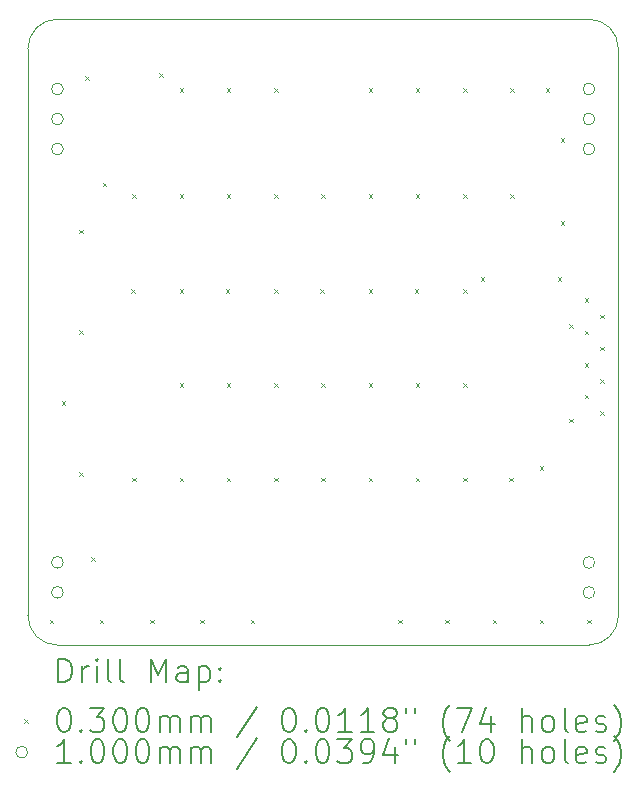
<source format=gbr>
%TF.GenerationSoftware,KiCad,Pcbnew,8.0.5*%
%TF.CreationDate,2024-11-25T19:06:04-05:00*%
%TF.ProjectId,Neo7SegmentMini,4e656f37-5365-4676-9d65-6e744d696e69,rev?*%
%TF.SameCoordinates,Original*%
%TF.FileFunction,Drillmap*%
%TF.FilePolarity,Positive*%
%FSLAX45Y45*%
G04 Gerber Fmt 4.5, Leading zero omitted, Abs format (unit mm)*
G04 Created by KiCad (PCBNEW 8.0.5) date 2024-11-25 19:06:04*
%MOMM*%
%LPD*%
G01*
G04 APERTURE LIST*
%ADD10C,0.050000*%
%ADD11C,0.200000*%
%ADD12C,0.100000*%
G04 APERTURE END LIST*
D10*
X14800000Y-5050000D02*
G75*
G02*
X15050000Y-4800000I250000J0D01*
G01*
X19550000Y-10100000D02*
X15050000Y-10100000D01*
X15050000Y-10100000D02*
G75*
G02*
X14800000Y-9850000I0J250000D01*
G01*
X19800000Y-9850000D02*
G75*
G02*
X19550000Y-10100000I-250000J0D01*
G01*
X19800000Y-5050000D02*
X19800000Y-9850000D01*
X14800000Y-9850000D02*
X14800000Y-5050000D01*
X15050000Y-4800000D02*
X19550000Y-4800000D01*
X19550000Y-4800000D02*
G75*
G02*
X19800000Y-5050000I0J-250000D01*
G01*
D11*
D12*
X14985000Y-9885000D02*
X15015000Y-9915000D01*
X15015000Y-9885000D02*
X14985000Y-9915000D01*
X15085000Y-8035000D02*
X15115000Y-8065000D01*
X15115000Y-8035000D02*
X15085000Y-8065000D01*
X15235000Y-6585000D02*
X15265000Y-6615000D01*
X15265000Y-6585000D02*
X15235000Y-6615000D01*
X15235000Y-7435000D02*
X15265000Y-7465000D01*
X15265000Y-7435000D02*
X15235000Y-7465000D01*
X15235000Y-8635000D02*
X15265000Y-8665000D01*
X15265000Y-8635000D02*
X15235000Y-8665000D01*
X15285000Y-5285000D02*
X15315000Y-5315000D01*
X15315000Y-5285000D02*
X15285000Y-5315000D01*
X15335000Y-9355000D02*
X15365000Y-9385000D01*
X15365000Y-9355000D02*
X15335000Y-9385000D01*
X15410000Y-9885000D02*
X15440000Y-9915000D01*
X15440000Y-9885000D02*
X15410000Y-9915000D01*
X15435000Y-6185000D02*
X15465000Y-6215000D01*
X15465000Y-6185000D02*
X15435000Y-6215000D01*
X15675000Y-7085000D02*
X15705000Y-7115000D01*
X15705000Y-7085000D02*
X15675000Y-7115000D01*
X15685000Y-6285000D02*
X15715000Y-6315000D01*
X15715000Y-6285000D02*
X15685000Y-6315000D01*
X15685000Y-8685000D02*
X15715000Y-8715000D01*
X15715000Y-8685000D02*
X15685000Y-8715000D01*
X15835000Y-9885000D02*
X15865000Y-9915000D01*
X15865000Y-9885000D02*
X15835000Y-9915000D01*
X15910000Y-5260000D02*
X15940000Y-5290000D01*
X15940000Y-5260000D02*
X15910000Y-5290000D01*
X16085000Y-5385000D02*
X16115000Y-5415000D01*
X16115000Y-5385000D02*
X16085000Y-5415000D01*
X16085000Y-6285000D02*
X16115000Y-6315000D01*
X16115000Y-6285000D02*
X16085000Y-6315000D01*
X16085000Y-7085000D02*
X16115000Y-7115000D01*
X16115000Y-7085000D02*
X16085000Y-7115000D01*
X16085000Y-7885000D02*
X16115000Y-7915000D01*
X16115000Y-7885000D02*
X16085000Y-7915000D01*
X16085000Y-8685000D02*
X16115000Y-8715000D01*
X16115000Y-8685000D02*
X16085000Y-8715000D01*
X16260000Y-9885000D02*
X16290000Y-9915000D01*
X16290000Y-9885000D02*
X16260000Y-9915000D01*
X16475000Y-7085000D02*
X16505000Y-7115000D01*
X16505000Y-7085000D02*
X16475000Y-7115000D01*
X16485000Y-5385000D02*
X16515000Y-5415000D01*
X16515000Y-5385000D02*
X16485000Y-5415000D01*
X16485000Y-6285000D02*
X16515000Y-6315000D01*
X16515000Y-6285000D02*
X16485000Y-6315000D01*
X16485000Y-7885000D02*
X16515000Y-7915000D01*
X16515000Y-7885000D02*
X16485000Y-7915000D01*
X16485000Y-8685000D02*
X16515000Y-8715000D01*
X16515000Y-8685000D02*
X16485000Y-8715000D01*
X16685000Y-9885000D02*
X16715000Y-9915000D01*
X16715000Y-9885000D02*
X16685000Y-9915000D01*
X16885000Y-5385000D02*
X16915000Y-5415000D01*
X16915000Y-5385000D02*
X16885000Y-5415000D01*
X16885000Y-6285000D02*
X16915000Y-6315000D01*
X16915000Y-6285000D02*
X16885000Y-6315000D01*
X16885000Y-7085000D02*
X16915000Y-7115000D01*
X16915000Y-7085000D02*
X16885000Y-7115000D01*
X16885000Y-7885000D02*
X16915000Y-7915000D01*
X16915000Y-7885000D02*
X16885000Y-7915000D01*
X16885000Y-8685000D02*
X16915000Y-8715000D01*
X16915000Y-8685000D02*
X16885000Y-8715000D01*
X17275000Y-7085000D02*
X17305000Y-7115000D01*
X17305000Y-7085000D02*
X17275000Y-7115000D01*
X17285000Y-6285000D02*
X17315000Y-6315000D01*
X17315000Y-6285000D02*
X17285000Y-6315000D01*
X17285000Y-7885000D02*
X17315000Y-7915000D01*
X17315000Y-7885000D02*
X17285000Y-7915000D01*
X17285000Y-8685000D02*
X17315000Y-8715000D01*
X17315000Y-8685000D02*
X17285000Y-8715000D01*
X17685000Y-5385000D02*
X17715000Y-5415000D01*
X17715000Y-5385000D02*
X17685000Y-5415000D01*
X17685000Y-6285000D02*
X17715000Y-6315000D01*
X17715000Y-6285000D02*
X17685000Y-6315000D01*
X17685000Y-7085000D02*
X17715000Y-7115000D01*
X17715000Y-7085000D02*
X17685000Y-7115000D01*
X17685000Y-7885000D02*
X17715000Y-7915000D01*
X17715000Y-7885000D02*
X17685000Y-7915000D01*
X17685000Y-8685000D02*
X17715000Y-8715000D01*
X17715000Y-8685000D02*
X17685000Y-8715000D01*
X17935000Y-9885000D02*
X17965000Y-9915000D01*
X17965000Y-9885000D02*
X17935000Y-9915000D01*
X18075000Y-7085000D02*
X18105000Y-7115000D01*
X18105000Y-7085000D02*
X18075000Y-7115000D01*
X18085000Y-5385000D02*
X18115000Y-5415000D01*
X18115000Y-5385000D02*
X18085000Y-5415000D01*
X18085000Y-6285000D02*
X18115000Y-6315000D01*
X18115000Y-6285000D02*
X18085000Y-6315000D01*
X18085000Y-7885000D02*
X18115000Y-7915000D01*
X18115000Y-7885000D02*
X18085000Y-7915000D01*
X18085000Y-8685000D02*
X18115000Y-8715000D01*
X18115000Y-8685000D02*
X18085000Y-8715000D01*
X18335000Y-9885000D02*
X18365000Y-9915000D01*
X18365000Y-9885000D02*
X18335000Y-9915000D01*
X18485000Y-5385000D02*
X18515000Y-5415000D01*
X18515000Y-5385000D02*
X18485000Y-5415000D01*
X18485000Y-6285000D02*
X18515000Y-6315000D01*
X18515000Y-6285000D02*
X18485000Y-6315000D01*
X18485000Y-7085000D02*
X18515000Y-7115000D01*
X18515000Y-7085000D02*
X18485000Y-7115000D01*
X18485000Y-7885000D02*
X18515000Y-7915000D01*
X18515000Y-7885000D02*
X18485000Y-7915000D01*
X18485000Y-8685000D02*
X18515000Y-8715000D01*
X18515000Y-8685000D02*
X18485000Y-8715000D01*
X18635000Y-6985000D02*
X18665000Y-7015000D01*
X18665000Y-6985000D02*
X18635000Y-7015000D01*
X18735000Y-9885000D02*
X18765000Y-9915000D01*
X18765000Y-9885000D02*
X18735000Y-9915000D01*
X18875000Y-8685000D02*
X18905000Y-8715000D01*
X18905000Y-8685000D02*
X18875000Y-8715000D01*
X18885000Y-5385000D02*
X18915000Y-5415000D01*
X18915000Y-5385000D02*
X18885000Y-5415000D01*
X18885000Y-6285000D02*
X18915000Y-6315000D01*
X18915000Y-6285000D02*
X18885000Y-6315000D01*
X19135000Y-8585000D02*
X19165000Y-8615000D01*
X19165000Y-8585000D02*
X19135000Y-8615000D01*
X19135000Y-9885000D02*
X19165000Y-9915000D01*
X19165000Y-9885000D02*
X19135000Y-9915000D01*
X19185000Y-5385000D02*
X19215000Y-5415000D01*
X19215000Y-5385000D02*
X19185000Y-5415000D01*
X19285000Y-6985000D02*
X19315000Y-7015000D01*
X19315000Y-6985000D02*
X19285000Y-7015000D01*
X19310000Y-5810000D02*
X19340000Y-5840000D01*
X19340000Y-5810000D02*
X19310000Y-5840000D01*
X19310000Y-6510000D02*
X19340000Y-6540000D01*
X19340000Y-6510000D02*
X19310000Y-6540000D01*
X19385000Y-7385000D02*
X19415000Y-7415000D01*
X19415000Y-7385000D02*
X19385000Y-7415000D01*
X19385000Y-8185000D02*
X19415000Y-8215000D01*
X19415000Y-8185000D02*
X19385000Y-8215000D01*
X19515000Y-7165000D02*
X19545000Y-7195000D01*
X19545000Y-7165000D02*
X19515000Y-7195000D01*
X19515000Y-7438333D02*
X19545000Y-7468333D01*
X19545000Y-7438333D02*
X19515000Y-7468333D01*
X19515000Y-7711667D02*
X19545000Y-7741667D01*
X19545000Y-7711667D02*
X19515000Y-7741667D01*
X19515000Y-7981667D02*
X19545000Y-8011667D01*
X19545000Y-7981667D02*
X19515000Y-8011667D01*
X19535000Y-9885000D02*
X19565000Y-9915000D01*
X19565000Y-9885000D02*
X19535000Y-9915000D01*
X19645000Y-7301667D02*
X19675000Y-7331667D01*
X19675000Y-7301667D02*
X19645000Y-7331667D01*
X19645000Y-7575000D02*
X19675000Y-7605000D01*
X19675000Y-7575000D02*
X19645000Y-7605000D01*
X19645000Y-7848333D02*
X19675000Y-7878333D01*
X19675000Y-7848333D02*
X19645000Y-7878333D01*
X19645000Y-8118333D02*
X19675000Y-8148333D01*
X19675000Y-8118333D02*
X19645000Y-8148333D01*
X15100000Y-5392000D02*
G75*
G02*
X15000000Y-5392000I-50000J0D01*
G01*
X15000000Y-5392000D02*
G75*
G02*
X15100000Y-5392000I50000J0D01*
G01*
X15100000Y-5646000D02*
G75*
G02*
X15000000Y-5646000I-50000J0D01*
G01*
X15000000Y-5646000D02*
G75*
G02*
X15100000Y-5646000I50000J0D01*
G01*
X15100000Y-5900000D02*
G75*
G02*
X15000000Y-5900000I-50000J0D01*
G01*
X15000000Y-5900000D02*
G75*
G02*
X15100000Y-5900000I50000J0D01*
G01*
X15100000Y-9400000D02*
G75*
G02*
X15000000Y-9400000I-50000J0D01*
G01*
X15000000Y-9400000D02*
G75*
G02*
X15100000Y-9400000I50000J0D01*
G01*
X15100000Y-9654000D02*
G75*
G02*
X15000000Y-9654000I-50000J0D01*
G01*
X15000000Y-9654000D02*
G75*
G02*
X15100000Y-9654000I50000J0D01*
G01*
X19600000Y-5392000D02*
G75*
G02*
X19500000Y-5392000I-50000J0D01*
G01*
X19500000Y-5392000D02*
G75*
G02*
X19600000Y-5392000I50000J0D01*
G01*
X19600000Y-5646000D02*
G75*
G02*
X19500000Y-5646000I-50000J0D01*
G01*
X19500000Y-5646000D02*
G75*
G02*
X19600000Y-5646000I50000J0D01*
G01*
X19600000Y-5900000D02*
G75*
G02*
X19500000Y-5900000I-50000J0D01*
G01*
X19500000Y-5900000D02*
G75*
G02*
X19600000Y-5900000I50000J0D01*
G01*
X19600000Y-9400000D02*
G75*
G02*
X19500000Y-9400000I-50000J0D01*
G01*
X19500000Y-9400000D02*
G75*
G02*
X19600000Y-9400000I50000J0D01*
G01*
X19600000Y-9654000D02*
G75*
G02*
X19500000Y-9654000I-50000J0D01*
G01*
X19500000Y-9654000D02*
G75*
G02*
X19600000Y-9654000I50000J0D01*
G01*
D11*
X15058277Y-10413984D02*
X15058277Y-10213984D01*
X15058277Y-10213984D02*
X15105896Y-10213984D01*
X15105896Y-10213984D02*
X15134467Y-10223508D01*
X15134467Y-10223508D02*
X15153515Y-10242555D01*
X15153515Y-10242555D02*
X15163039Y-10261603D01*
X15163039Y-10261603D02*
X15172562Y-10299698D01*
X15172562Y-10299698D02*
X15172562Y-10328270D01*
X15172562Y-10328270D02*
X15163039Y-10366365D01*
X15163039Y-10366365D02*
X15153515Y-10385412D01*
X15153515Y-10385412D02*
X15134467Y-10404460D01*
X15134467Y-10404460D02*
X15105896Y-10413984D01*
X15105896Y-10413984D02*
X15058277Y-10413984D01*
X15258277Y-10413984D02*
X15258277Y-10280650D01*
X15258277Y-10318746D02*
X15267801Y-10299698D01*
X15267801Y-10299698D02*
X15277324Y-10290174D01*
X15277324Y-10290174D02*
X15296372Y-10280650D01*
X15296372Y-10280650D02*
X15315420Y-10280650D01*
X15382086Y-10413984D02*
X15382086Y-10280650D01*
X15382086Y-10213984D02*
X15372562Y-10223508D01*
X15372562Y-10223508D02*
X15382086Y-10233031D01*
X15382086Y-10233031D02*
X15391610Y-10223508D01*
X15391610Y-10223508D02*
X15382086Y-10213984D01*
X15382086Y-10213984D02*
X15382086Y-10233031D01*
X15505896Y-10413984D02*
X15486848Y-10404460D01*
X15486848Y-10404460D02*
X15477324Y-10385412D01*
X15477324Y-10385412D02*
X15477324Y-10213984D01*
X15610658Y-10413984D02*
X15591610Y-10404460D01*
X15591610Y-10404460D02*
X15582086Y-10385412D01*
X15582086Y-10385412D02*
X15582086Y-10213984D01*
X15839229Y-10413984D02*
X15839229Y-10213984D01*
X15839229Y-10213984D02*
X15905896Y-10356841D01*
X15905896Y-10356841D02*
X15972562Y-10213984D01*
X15972562Y-10213984D02*
X15972562Y-10413984D01*
X16153515Y-10413984D02*
X16153515Y-10309222D01*
X16153515Y-10309222D02*
X16143991Y-10290174D01*
X16143991Y-10290174D02*
X16124943Y-10280650D01*
X16124943Y-10280650D02*
X16086848Y-10280650D01*
X16086848Y-10280650D02*
X16067801Y-10290174D01*
X16153515Y-10404460D02*
X16134467Y-10413984D01*
X16134467Y-10413984D02*
X16086848Y-10413984D01*
X16086848Y-10413984D02*
X16067801Y-10404460D01*
X16067801Y-10404460D02*
X16058277Y-10385412D01*
X16058277Y-10385412D02*
X16058277Y-10366365D01*
X16058277Y-10366365D02*
X16067801Y-10347317D01*
X16067801Y-10347317D02*
X16086848Y-10337793D01*
X16086848Y-10337793D02*
X16134467Y-10337793D01*
X16134467Y-10337793D02*
X16153515Y-10328270D01*
X16248753Y-10280650D02*
X16248753Y-10480650D01*
X16248753Y-10290174D02*
X16267801Y-10280650D01*
X16267801Y-10280650D02*
X16305896Y-10280650D01*
X16305896Y-10280650D02*
X16324943Y-10290174D01*
X16324943Y-10290174D02*
X16334467Y-10299698D01*
X16334467Y-10299698D02*
X16343991Y-10318746D01*
X16343991Y-10318746D02*
X16343991Y-10375889D01*
X16343991Y-10375889D02*
X16334467Y-10394936D01*
X16334467Y-10394936D02*
X16324943Y-10404460D01*
X16324943Y-10404460D02*
X16305896Y-10413984D01*
X16305896Y-10413984D02*
X16267801Y-10413984D01*
X16267801Y-10413984D02*
X16248753Y-10404460D01*
X16429705Y-10394936D02*
X16439229Y-10404460D01*
X16439229Y-10404460D02*
X16429705Y-10413984D01*
X16429705Y-10413984D02*
X16420182Y-10404460D01*
X16420182Y-10404460D02*
X16429705Y-10394936D01*
X16429705Y-10394936D02*
X16429705Y-10413984D01*
X16429705Y-10290174D02*
X16439229Y-10299698D01*
X16439229Y-10299698D02*
X16429705Y-10309222D01*
X16429705Y-10309222D02*
X16420182Y-10299698D01*
X16420182Y-10299698D02*
X16429705Y-10290174D01*
X16429705Y-10290174D02*
X16429705Y-10309222D01*
D12*
X14767500Y-10727500D02*
X14797500Y-10757500D01*
X14797500Y-10727500D02*
X14767500Y-10757500D01*
D11*
X15096372Y-10633984D02*
X15115420Y-10633984D01*
X15115420Y-10633984D02*
X15134467Y-10643508D01*
X15134467Y-10643508D02*
X15143991Y-10653031D01*
X15143991Y-10653031D02*
X15153515Y-10672079D01*
X15153515Y-10672079D02*
X15163039Y-10710174D01*
X15163039Y-10710174D02*
X15163039Y-10757793D01*
X15163039Y-10757793D02*
X15153515Y-10795889D01*
X15153515Y-10795889D02*
X15143991Y-10814936D01*
X15143991Y-10814936D02*
X15134467Y-10824460D01*
X15134467Y-10824460D02*
X15115420Y-10833984D01*
X15115420Y-10833984D02*
X15096372Y-10833984D01*
X15096372Y-10833984D02*
X15077324Y-10824460D01*
X15077324Y-10824460D02*
X15067801Y-10814936D01*
X15067801Y-10814936D02*
X15058277Y-10795889D01*
X15058277Y-10795889D02*
X15048753Y-10757793D01*
X15048753Y-10757793D02*
X15048753Y-10710174D01*
X15048753Y-10710174D02*
X15058277Y-10672079D01*
X15058277Y-10672079D02*
X15067801Y-10653031D01*
X15067801Y-10653031D02*
X15077324Y-10643508D01*
X15077324Y-10643508D02*
X15096372Y-10633984D01*
X15248753Y-10814936D02*
X15258277Y-10824460D01*
X15258277Y-10824460D02*
X15248753Y-10833984D01*
X15248753Y-10833984D02*
X15239229Y-10824460D01*
X15239229Y-10824460D02*
X15248753Y-10814936D01*
X15248753Y-10814936D02*
X15248753Y-10833984D01*
X15324943Y-10633984D02*
X15448753Y-10633984D01*
X15448753Y-10633984D02*
X15382086Y-10710174D01*
X15382086Y-10710174D02*
X15410658Y-10710174D01*
X15410658Y-10710174D02*
X15429705Y-10719698D01*
X15429705Y-10719698D02*
X15439229Y-10729222D01*
X15439229Y-10729222D02*
X15448753Y-10748270D01*
X15448753Y-10748270D02*
X15448753Y-10795889D01*
X15448753Y-10795889D02*
X15439229Y-10814936D01*
X15439229Y-10814936D02*
X15429705Y-10824460D01*
X15429705Y-10824460D02*
X15410658Y-10833984D01*
X15410658Y-10833984D02*
X15353515Y-10833984D01*
X15353515Y-10833984D02*
X15334467Y-10824460D01*
X15334467Y-10824460D02*
X15324943Y-10814936D01*
X15572562Y-10633984D02*
X15591610Y-10633984D01*
X15591610Y-10633984D02*
X15610658Y-10643508D01*
X15610658Y-10643508D02*
X15620182Y-10653031D01*
X15620182Y-10653031D02*
X15629705Y-10672079D01*
X15629705Y-10672079D02*
X15639229Y-10710174D01*
X15639229Y-10710174D02*
X15639229Y-10757793D01*
X15639229Y-10757793D02*
X15629705Y-10795889D01*
X15629705Y-10795889D02*
X15620182Y-10814936D01*
X15620182Y-10814936D02*
X15610658Y-10824460D01*
X15610658Y-10824460D02*
X15591610Y-10833984D01*
X15591610Y-10833984D02*
X15572562Y-10833984D01*
X15572562Y-10833984D02*
X15553515Y-10824460D01*
X15553515Y-10824460D02*
X15543991Y-10814936D01*
X15543991Y-10814936D02*
X15534467Y-10795889D01*
X15534467Y-10795889D02*
X15524943Y-10757793D01*
X15524943Y-10757793D02*
X15524943Y-10710174D01*
X15524943Y-10710174D02*
X15534467Y-10672079D01*
X15534467Y-10672079D02*
X15543991Y-10653031D01*
X15543991Y-10653031D02*
X15553515Y-10643508D01*
X15553515Y-10643508D02*
X15572562Y-10633984D01*
X15763039Y-10633984D02*
X15782086Y-10633984D01*
X15782086Y-10633984D02*
X15801134Y-10643508D01*
X15801134Y-10643508D02*
X15810658Y-10653031D01*
X15810658Y-10653031D02*
X15820182Y-10672079D01*
X15820182Y-10672079D02*
X15829705Y-10710174D01*
X15829705Y-10710174D02*
X15829705Y-10757793D01*
X15829705Y-10757793D02*
X15820182Y-10795889D01*
X15820182Y-10795889D02*
X15810658Y-10814936D01*
X15810658Y-10814936D02*
X15801134Y-10824460D01*
X15801134Y-10824460D02*
X15782086Y-10833984D01*
X15782086Y-10833984D02*
X15763039Y-10833984D01*
X15763039Y-10833984D02*
X15743991Y-10824460D01*
X15743991Y-10824460D02*
X15734467Y-10814936D01*
X15734467Y-10814936D02*
X15724943Y-10795889D01*
X15724943Y-10795889D02*
X15715420Y-10757793D01*
X15715420Y-10757793D02*
X15715420Y-10710174D01*
X15715420Y-10710174D02*
X15724943Y-10672079D01*
X15724943Y-10672079D02*
X15734467Y-10653031D01*
X15734467Y-10653031D02*
X15743991Y-10643508D01*
X15743991Y-10643508D02*
X15763039Y-10633984D01*
X15915420Y-10833984D02*
X15915420Y-10700650D01*
X15915420Y-10719698D02*
X15924943Y-10710174D01*
X15924943Y-10710174D02*
X15943991Y-10700650D01*
X15943991Y-10700650D02*
X15972563Y-10700650D01*
X15972563Y-10700650D02*
X15991610Y-10710174D01*
X15991610Y-10710174D02*
X16001134Y-10729222D01*
X16001134Y-10729222D02*
X16001134Y-10833984D01*
X16001134Y-10729222D02*
X16010658Y-10710174D01*
X16010658Y-10710174D02*
X16029705Y-10700650D01*
X16029705Y-10700650D02*
X16058277Y-10700650D01*
X16058277Y-10700650D02*
X16077324Y-10710174D01*
X16077324Y-10710174D02*
X16086848Y-10729222D01*
X16086848Y-10729222D02*
X16086848Y-10833984D01*
X16182086Y-10833984D02*
X16182086Y-10700650D01*
X16182086Y-10719698D02*
X16191610Y-10710174D01*
X16191610Y-10710174D02*
X16210658Y-10700650D01*
X16210658Y-10700650D02*
X16239229Y-10700650D01*
X16239229Y-10700650D02*
X16258277Y-10710174D01*
X16258277Y-10710174D02*
X16267801Y-10729222D01*
X16267801Y-10729222D02*
X16267801Y-10833984D01*
X16267801Y-10729222D02*
X16277324Y-10710174D01*
X16277324Y-10710174D02*
X16296372Y-10700650D01*
X16296372Y-10700650D02*
X16324943Y-10700650D01*
X16324943Y-10700650D02*
X16343991Y-10710174D01*
X16343991Y-10710174D02*
X16353515Y-10729222D01*
X16353515Y-10729222D02*
X16353515Y-10833984D01*
X16743991Y-10624460D02*
X16572563Y-10881603D01*
X17001134Y-10633984D02*
X17020182Y-10633984D01*
X17020182Y-10633984D02*
X17039229Y-10643508D01*
X17039229Y-10643508D02*
X17048753Y-10653031D01*
X17048753Y-10653031D02*
X17058277Y-10672079D01*
X17058277Y-10672079D02*
X17067801Y-10710174D01*
X17067801Y-10710174D02*
X17067801Y-10757793D01*
X17067801Y-10757793D02*
X17058277Y-10795889D01*
X17058277Y-10795889D02*
X17048753Y-10814936D01*
X17048753Y-10814936D02*
X17039229Y-10824460D01*
X17039229Y-10824460D02*
X17020182Y-10833984D01*
X17020182Y-10833984D02*
X17001134Y-10833984D01*
X17001134Y-10833984D02*
X16982087Y-10824460D01*
X16982087Y-10824460D02*
X16972563Y-10814936D01*
X16972563Y-10814936D02*
X16963039Y-10795889D01*
X16963039Y-10795889D02*
X16953515Y-10757793D01*
X16953515Y-10757793D02*
X16953515Y-10710174D01*
X16953515Y-10710174D02*
X16963039Y-10672079D01*
X16963039Y-10672079D02*
X16972563Y-10653031D01*
X16972563Y-10653031D02*
X16982087Y-10643508D01*
X16982087Y-10643508D02*
X17001134Y-10633984D01*
X17153515Y-10814936D02*
X17163039Y-10824460D01*
X17163039Y-10824460D02*
X17153515Y-10833984D01*
X17153515Y-10833984D02*
X17143991Y-10824460D01*
X17143991Y-10824460D02*
X17153515Y-10814936D01*
X17153515Y-10814936D02*
X17153515Y-10833984D01*
X17286848Y-10633984D02*
X17305896Y-10633984D01*
X17305896Y-10633984D02*
X17324944Y-10643508D01*
X17324944Y-10643508D02*
X17334468Y-10653031D01*
X17334468Y-10653031D02*
X17343991Y-10672079D01*
X17343991Y-10672079D02*
X17353515Y-10710174D01*
X17353515Y-10710174D02*
X17353515Y-10757793D01*
X17353515Y-10757793D02*
X17343991Y-10795889D01*
X17343991Y-10795889D02*
X17334468Y-10814936D01*
X17334468Y-10814936D02*
X17324944Y-10824460D01*
X17324944Y-10824460D02*
X17305896Y-10833984D01*
X17305896Y-10833984D02*
X17286848Y-10833984D01*
X17286848Y-10833984D02*
X17267801Y-10824460D01*
X17267801Y-10824460D02*
X17258277Y-10814936D01*
X17258277Y-10814936D02*
X17248753Y-10795889D01*
X17248753Y-10795889D02*
X17239229Y-10757793D01*
X17239229Y-10757793D02*
X17239229Y-10710174D01*
X17239229Y-10710174D02*
X17248753Y-10672079D01*
X17248753Y-10672079D02*
X17258277Y-10653031D01*
X17258277Y-10653031D02*
X17267801Y-10643508D01*
X17267801Y-10643508D02*
X17286848Y-10633984D01*
X17543991Y-10833984D02*
X17429706Y-10833984D01*
X17486848Y-10833984D02*
X17486848Y-10633984D01*
X17486848Y-10633984D02*
X17467801Y-10662555D01*
X17467801Y-10662555D02*
X17448753Y-10681603D01*
X17448753Y-10681603D02*
X17429706Y-10691127D01*
X17734468Y-10833984D02*
X17620182Y-10833984D01*
X17677325Y-10833984D02*
X17677325Y-10633984D01*
X17677325Y-10633984D02*
X17658277Y-10662555D01*
X17658277Y-10662555D02*
X17639229Y-10681603D01*
X17639229Y-10681603D02*
X17620182Y-10691127D01*
X17848753Y-10719698D02*
X17829706Y-10710174D01*
X17829706Y-10710174D02*
X17820182Y-10700650D01*
X17820182Y-10700650D02*
X17810658Y-10681603D01*
X17810658Y-10681603D02*
X17810658Y-10672079D01*
X17810658Y-10672079D02*
X17820182Y-10653031D01*
X17820182Y-10653031D02*
X17829706Y-10643508D01*
X17829706Y-10643508D02*
X17848753Y-10633984D01*
X17848753Y-10633984D02*
X17886849Y-10633984D01*
X17886849Y-10633984D02*
X17905896Y-10643508D01*
X17905896Y-10643508D02*
X17915420Y-10653031D01*
X17915420Y-10653031D02*
X17924944Y-10672079D01*
X17924944Y-10672079D02*
X17924944Y-10681603D01*
X17924944Y-10681603D02*
X17915420Y-10700650D01*
X17915420Y-10700650D02*
X17905896Y-10710174D01*
X17905896Y-10710174D02*
X17886849Y-10719698D01*
X17886849Y-10719698D02*
X17848753Y-10719698D01*
X17848753Y-10719698D02*
X17829706Y-10729222D01*
X17829706Y-10729222D02*
X17820182Y-10738746D01*
X17820182Y-10738746D02*
X17810658Y-10757793D01*
X17810658Y-10757793D02*
X17810658Y-10795889D01*
X17810658Y-10795889D02*
X17820182Y-10814936D01*
X17820182Y-10814936D02*
X17829706Y-10824460D01*
X17829706Y-10824460D02*
X17848753Y-10833984D01*
X17848753Y-10833984D02*
X17886849Y-10833984D01*
X17886849Y-10833984D02*
X17905896Y-10824460D01*
X17905896Y-10824460D02*
X17915420Y-10814936D01*
X17915420Y-10814936D02*
X17924944Y-10795889D01*
X17924944Y-10795889D02*
X17924944Y-10757793D01*
X17924944Y-10757793D02*
X17915420Y-10738746D01*
X17915420Y-10738746D02*
X17905896Y-10729222D01*
X17905896Y-10729222D02*
X17886849Y-10719698D01*
X18001134Y-10633984D02*
X18001134Y-10672079D01*
X18077325Y-10633984D02*
X18077325Y-10672079D01*
X18372563Y-10910174D02*
X18363039Y-10900650D01*
X18363039Y-10900650D02*
X18343991Y-10872079D01*
X18343991Y-10872079D02*
X18334468Y-10853031D01*
X18334468Y-10853031D02*
X18324944Y-10824460D01*
X18324944Y-10824460D02*
X18315420Y-10776841D01*
X18315420Y-10776841D02*
X18315420Y-10738746D01*
X18315420Y-10738746D02*
X18324944Y-10691127D01*
X18324944Y-10691127D02*
X18334468Y-10662555D01*
X18334468Y-10662555D02*
X18343991Y-10643508D01*
X18343991Y-10643508D02*
X18363039Y-10614936D01*
X18363039Y-10614936D02*
X18372563Y-10605412D01*
X18429706Y-10633984D02*
X18563039Y-10633984D01*
X18563039Y-10633984D02*
X18477325Y-10833984D01*
X18724944Y-10700650D02*
X18724944Y-10833984D01*
X18677325Y-10624460D02*
X18629706Y-10767317D01*
X18629706Y-10767317D02*
X18753515Y-10767317D01*
X18982087Y-10833984D02*
X18982087Y-10633984D01*
X19067801Y-10833984D02*
X19067801Y-10729222D01*
X19067801Y-10729222D02*
X19058277Y-10710174D01*
X19058277Y-10710174D02*
X19039230Y-10700650D01*
X19039230Y-10700650D02*
X19010658Y-10700650D01*
X19010658Y-10700650D02*
X18991611Y-10710174D01*
X18991611Y-10710174D02*
X18982087Y-10719698D01*
X19191611Y-10833984D02*
X19172563Y-10824460D01*
X19172563Y-10824460D02*
X19163039Y-10814936D01*
X19163039Y-10814936D02*
X19153515Y-10795889D01*
X19153515Y-10795889D02*
X19153515Y-10738746D01*
X19153515Y-10738746D02*
X19163039Y-10719698D01*
X19163039Y-10719698D02*
X19172563Y-10710174D01*
X19172563Y-10710174D02*
X19191611Y-10700650D01*
X19191611Y-10700650D02*
X19220182Y-10700650D01*
X19220182Y-10700650D02*
X19239230Y-10710174D01*
X19239230Y-10710174D02*
X19248753Y-10719698D01*
X19248753Y-10719698D02*
X19258277Y-10738746D01*
X19258277Y-10738746D02*
X19258277Y-10795889D01*
X19258277Y-10795889D02*
X19248753Y-10814936D01*
X19248753Y-10814936D02*
X19239230Y-10824460D01*
X19239230Y-10824460D02*
X19220182Y-10833984D01*
X19220182Y-10833984D02*
X19191611Y-10833984D01*
X19372563Y-10833984D02*
X19353515Y-10824460D01*
X19353515Y-10824460D02*
X19343992Y-10805412D01*
X19343992Y-10805412D02*
X19343992Y-10633984D01*
X19524944Y-10824460D02*
X19505896Y-10833984D01*
X19505896Y-10833984D02*
X19467801Y-10833984D01*
X19467801Y-10833984D02*
X19448753Y-10824460D01*
X19448753Y-10824460D02*
X19439230Y-10805412D01*
X19439230Y-10805412D02*
X19439230Y-10729222D01*
X19439230Y-10729222D02*
X19448753Y-10710174D01*
X19448753Y-10710174D02*
X19467801Y-10700650D01*
X19467801Y-10700650D02*
X19505896Y-10700650D01*
X19505896Y-10700650D02*
X19524944Y-10710174D01*
X19524944Y-10710174D02*
X19534468Y-10729222D01*
X19534468Y-10729222D02*
X19534468Y-10748270D01*
X19534468Y-10748270D02*
X19439230Y-10767317D01*
X19610658Y-10824460D02*
X19629706Y-10833984D01*
X19629706Y-10833984D02*
X19667801Y-10833984D01*
X19667801Y-10833984D02*
X19686849Y-10824460D01*
X19686849Y-10824460D02*
X19696373Y-10805412D01*
X19696373Y-10805412D02*
X19696373Y-10795889D01*
X19696373Y-10795889D02*
X19686849Y-10776841D01*
X19686849Y-10776841D02*
X19667801Y-10767317D01*
X19667801Y-10767317D02*
X19639230Y-10767317D01*
X19639230Y-10767317D02*
X19620182Y-10757793D01*
X19620182Y-10757793D02*
X19610658Y-10738746D01*
X19610658Y-10738746D02*
X19610658Y-10729222D01*
X19610658Y-10729222D02*
X19620182Y-10710174D01*
X19620182Y-10710174D02*
X19639230Y-10700650D01*
X19639230Y-10700650D02*
X19667801Y-10700650D01*
X19667801Y-10700650D02*
X19686849Y-10710174D01*
X19763039Y-10910174D02*
X19772563Y-10900650D01*
X19772563Y-10900650D02*
X19791611Y-10872079D01*
X19791611Y-10872079D02*
X19801134Y-10853031D01*
X19801134Y-10853031D02*
X19810658Y-10824460D01*
X19810658Y-10824460D02*
X19820182Y-10776841D01*
X19820182Y-10776841D02*
X19820182Y-10738746D01*
X19820182Y-10738746D02*
X19810658Y-10691127D01*
X19810658Y-10691127D02*
X19801134Y-10662555D01*
X19801134Y-10662555D02*
X19791611Y-10643508D01*
X19791611Y-10643508D02*
X19772563Y-10614936D01*
X19772563Y-10614936D02*
X19763039Y-10605412D01*
D12*
X14797500Y-11006500D02*
G75*
G02*
X14697500Y-11006500I-50000J0D01*
G01*
X14697500Y-11006500D02*
G75*
G02*
X14797500Y-11006500I50000J0D01*
G01*
D11*
X15163039Y-11097984D02*
X15048753Y-11097984D01*
X15105896Y-11097984D02*
X15105896Y-10897984D01*
X15105896Y-10897984D02*
X15086848Y-10926555D01*
X15086848Y-10926555D02*
X15067801Y-10945603D01*
X15067801Y-10945603D02*
X15048753Y-10955127D01*
X15248753Y-11078936D02*
X15258277Y-11088460D01*
X15258277Y-11088460D02*
X15248753Y-11097984D01*
X15248753Y-11097984D02*
X15239229Y-11088460D01*
X15239229Y-11088460D02*
X15248753Y-11078936D01*
X15248753Y-11078936D02*
X15248753Y-11097984D01*
X15382086Y-10897984D02*
X15401134Y-10897984D01*
X15401134Y-10897984D02*
X15420182Y-10907508D01*
X15420182Y-10907508D02*
X15429705Y-10917031D01*
X15429705Y-10917031D02*
X15439229Y-10936079D01*
X15439229Y-10936079D02*
X15448753Y-10974174D01*
X15448753Y-10974174D02*
X15448753Y-11021793D01*
X15448753Y-11021793D02*
X15439229Y-11059889D01*
X15439229Y-11059889D02*
X15429705Y-11078936D01*
X15429705Y-11078936D02*
X15420182Y-11088460D01*
X15420182Y-11088460D02*
X15401134Y-11097984D01*
X15401134Y-11097984D02*
X15382086Y-11097984D01*
X15382086Y-11097984D02*
X15363039Y-11088460D01*
X15363039Y-11088460D02*
X15353515Y-11078936D01*
X15353515Y-11078936D02*
X15343991Y-11059889D01*
X15343991Y-11059889D02*
X15334467Y-11021793D01*
X15334467Y-11021793D02*
X15334467Y-10974174D01*
X15334467Y-10974174D02*
X15343991Y-10936079D01*
X15343991Y-10936079D02*
X15353515Y-10917031D01*
X15353515Y-10917031D02*
X15363039Y-10907508D01*
X15363039Y-10907508D02*
X15382086Y-10897984D01*
X15572562Y-10897984D02*
X15591610Y-10897984D01*
X15591610Y-10897984D02*
X15610658Y-10907508D01*
X15610658Y-10907508D02*
X15620182Y-10917031D01*
X15620182Y-10917031D02*
X15629705Y-10936079D01*
X15629705Y-10936079D02*
X15639229Y-10974174D01*
X15639229Y-10974174D02*
X15639229Y-11021793D01*
X15639229Y-11021793D02*
X15629705Y-11059889D01*
X15629705Y-11059889D02*
X15620182Y-11078936D01*
X15620182Y-11078936D02*
X15610658Y-11088460D01*
X15610658Y-11088460D02*
X15591610Y-11097984D01*
X15591610Y-11097984D02*
X15572562Y-11097984D01*
X15572562Y-11097984D02*
X15553515Y-11088460D01*
X15553515Y-11088460D02*
X15543991Y-11078936D01*
X15543991Y-11078936D02*
X15534467Y-11059889D01*
X15534467Y-11059889D02*
X15524943Y-11021793D01*
X15524943Y-11021793D02*
X15524943Y-10974174D01*
X15524943Y-10974174D02*
X15534467Y-10936079D01*
X15534467Y-10936079D02*
X15543991Y-10917031D01*
X15543991Y-10917031D02*
X15553515Y-10907508D01*
X15553515Y-10907508D02*
X15572562Y-10897984D01*
X15763039Y-10897984D02*
X15782086Y-10897984D01*
X15782086Y-10897984D02*
X15801134Y-10907508D01*
X15801134Y-10907508D02*
X15810658Y-10917031D01*
X15810658Y-10917031D02*
X15820182Y-10936079D01*
X15820182Y-10936079D02*
X15829705Y-10974174D01*
X15829705Y-10974174D02*
X15829705Y-11021793D01*
X15829705Y-11021793D02*
X15820182Y-11059889D01*
X15820182Y-11059889D02*
X15810658Y-11078936D01*
X15810658Y-11078936D02*
X15801134Y-11088460D01*
X15801134Y-11088460D02*
X15782086Y-11097984D01*
X15782086Y-11097984D02*
X15763039Y-11097984D01*
X15763039Y-11097984D02*
X15743991Y-11088460D01*
X15743991Y-11088460D02*
X15734467Y-11078936D01*
X15734467Y-11078936D02*
X15724943Y-11059889D01*
X15724943Y-11059889D02*
X15715420Y-11021793D01*
X15715420Y-11021793D02*
X15715420Y-10974174D01*
X15715420Y-10974174D02*
X15724943Y-10936079D01*
X15724943Y-10936079D02*
X15734467Y-10917031D01*
X15734467Y-10917031D02*
X15743991Y-10907508D01*
X15743991Y-10907508D02*
X15763039Y-10897984D01*
X15915420Y-11097984D02*
X15915420Y-10964650D01*
X15915420Y-10983698D02*
X15924943Y-10974174D01*
X15924943Y-10974174D02*
X15943991Y-10964650D01*
X15943991Y-10964650D02*
X15972563Y-10964650D01*
X15972563Y-10964650D02*
X15991610Y-10974174D01*
X15991610Y-10974174D02*
X16001134Y-10993222D01*
X16001134Y-10993222D02*
X16001134Y-11097984D01*
X16001134Y-10993222D02*
X16010658Y-10974174D01*
X16010658Y-10974174D02*
X16029705Y-10964650D01*
X16029705Y-10964650D02*
X16058277Y-10964650D01*
X16058277Y-10964650D02*
X16077324Y-10974174D01*
X16077324Y-10974174D02*
X16086848Y-10993222D01*
X16086848Y-10993222D02*
X16086848Y-11097984D01*
X16182086Y-11097984D02*
X16182086Y-10964650D01*
X16182086Y-10983698D02*
X16191610Y-10974174D01*
X16191610Y-10974174D02*
X16210658Y-10964650D01*
X16210658Y-10964650D02*
X16239229Y-10964650D01*
X16239229Y-10964650D02*
X16258277Y-10974174D01*
X16258277Y-10974174D02*
X16267801Y-10993222D01*
X16267801Y-10993222D02*
X16267801Y-11097984D01*
X16267801Y-10993222D02*
X16277324Y-10974174D01*
X16277324Y-10974174D02*
X16296372Y-10964650D01*
X16296372Y-10964650D02*
X16324943Y-10964650D01*
X16324943Y-10964650D02*
X16343991Y-10974174D01*
X16343991Y-10974174D02*
X16353515Y-10993222D01*
X16353515Y-10993222D02*
X16353515Y-11097984D01*
X16743991Y-10888460D02*
X16572563Y-11145603D01*
X17001134Y-10897984D02*
X17020182Y-10897984D01*
X17020182Y-10897984D02*
X17039229Y-10907508D01*
X17039229Y-10907508D02*
X17048753Y-10917031D01*
X17048753Y-10917031D02*
X17058277Y-10936079D01*
X17058277Y-10936079D02*
X17067801Y-10974174D01*
X17067801Y-10974174D02*
X17067801Y-11021793D01*
X17067801Y-11021793D02*
X17058277Y-11059889D01*
X17058277Y-11059889D02*
X17048753Y-11078936D01*
X17048753Y-11078936D02*
X17039229Y-11088460D01*
X17039229Y-11088460D02*
X17020182Y-11097984D01*
X17020182Y-11097984D02*
X17001134Y-11097984D01*
X17001134Y-11097984D02*
X16982087Y-11088460D01*
X16982087Y-11088460D02*
X16972563Y-11078936D01*
X16972563Y-11078936D02*
X16963039Y-11059889D01*
X16963039Y-11059889D02*
X16953515Y-11021793D01*
X16953515Y-11021793D02*
X16953515Y-10974174D01*
X16953515Y-10974174D02*
X16963039Y-10936079D01*
X16963039Y-10936079D02*
X16972563Y-10917031D01*
X16972563Y-10917031D02*
X16982087Y-10907508D01*
X16982087Y-10907508D02*
X17001134Y-10897984D01*
X17153515Y-11078936D02*
X17163039Y-11088460D01*
X17163039Y-11088460D02*
X17153515Y-11097984D01*
X17153515Y-11097984D02*
X17143991Y-11088460D01*
X17143991Y-11088460D02*
X17153515Y-11078936D01*
X17153515Y-11078936D02*
X17153515Y-11097984D01*
X17286848Y-10897984D02*
X17305896Y-10897984D01*
X17305896Y-10897984D02*
X17324944Y-10907508D01*
X17324944Y-10907508D02*
X17334468Y-10917031D01*
X17334468Y-10917031D02*
X17343991Y-10936079D01*
X17343991Y-10936079D02*
X17353515Y-10974174D01*
X17353515Y-10974174D02*
X17353515Y-11021793D01*
X17353515Y-11021793D02*
X17343991Y-11059889D01*
X17343991Y-11059889D02*
X17334468Y-11078936D01*
X17334468Y-11078936D02*
X17324944Y-11088460D01*
X17324944Y-11088460D02*
X17305896Y-11097984D01*
X17305896Y-11097984D02*
X17286848Y-11097984D01*
X17286848Y-11097984D02*
X17267801Y-11088460D01*
X17267801Y-11088460D02*
X17258277Y-11078936D01*
X17258277Y-11078936D02*
X17248753Y-11059889D01*
X17248753Y-11059889D02*
X17239229Y-11021793D01*
X17239229Y-11021793D02*
X17239229Y-10974174D01*
X17239229Y-10974174D02*
X17248753Y-10936079D01*
X17248753Y-10936079D02*
X17258277Y-10917031D01*
X17258277Y-10917031D02*
X17267801Y-10907508D01*
X17267801Y-10907508D02*
X17286848Y-10897984D01*
X17420182Y-10897984D02*
X17543991Y-10897984D01*
X17543991Y-10897984D02*
X17477325Y-10974174D01*
X17477325Y-10974174D02*
X17505896Y-10974174D01*
X17505896Y-10974174D02*
X17524944Y-10983698D01*
X17524944Y-10983698D02*
X17534468Y-10993222D01*
X17534468Y-10993222D02*
X17543991Y-11012270D01*
X17543991Y-11012270D02*
X17543991Y-11059889D01*
X17543991Y-11059889D02*
X17534468Y-11078936D01*
X17534468Y-11078936D02*
X17524944Y-11088460D01*
X17524944Y-11088460D02*
X17505896Y-11097984D01*
X17505896Y-11097984D02*
X17448753Y-11097984D01*
X17448753Y-11097984D02*
X17429706Y-11088460D01*
X17429706Y-11088460D02*
X17420182Y-11078936D01*
X17639229Y-11097984D02*
X17677325Y-11097984D01*
X17677325Y-11097984D02*
X17696372Y-11088460D01*
X17696372Y-11088460D02*
X17705896Y-11078936D01*
X17705896Y-11078936D02*
X17724944Y-11050365D01*
X17724944Y-11050365D02*
X17734468Y-11012270D01*
X17734468Y-11012270D02*
X17734468Y-10936079D01*
X17734468Y-10936079D02*
X17724944Y-10917031D01*
X17724944Y-10917031D02*
X17715420Y-10907508D01*
X17715420Y-10907508D02*
X17696372Y-10897984D01*
X17696372Y-10897984D02*
X17658277Y-10897984D01*
X17658277Y-10897984D02*
X17639229Y-10907508D01*
X17639229Y-10907508D02*
X17629706Y-10917031D01*
X17629706Y-10917031D02*
X17620182Y-10936079D01*
X17620182Y-10936079D02*
X17620182Y-10983698D01*
X17620182Y-10983698D02*
X17629706Y-11002746D01*
X17629706Y-11002746D02*
X17639229Y-11012270D01*
X17639229Y-11012270D02*
X17658277Y-11021793D01*
X17658277Y-11021793D02*
X17696372Y-11021793D01*
X17696372Y-11021793D02*
X17715420Y-11012270D01*
X17715420Y-11012270D02*
X17724944Y-11002746D01*
X17724944Y-11002746D02*
X17734468Y-10983698D01*
X17905896Y-10964650D02*
X17905896Y-11097984D01*
X17858277Y-10888460D02*
X17810658Y-11031317D01*
X17810658Y-11031317D02*
X17934468Y-11031317D01*
X18001134Y-10897984D02*
X18001134Y-10936079D01*
X18077325Y-10897984D02*
X18077325Y-10936079D01*
X18372563Y-11174174D02*
X18363039Y-11164650D01*
X18363039Y-11164650D02*
X18343991Y-11136079D01*
X18343991Y-11136079D02*
X18334468Y-11117031D01*
X18334468Y-11117031D02*
X18324944Y-11088460D01*
X18324944Y-11088460D02*
X18315420Y-11040841D01*
X18315420Y-11040841D02*
X18315420Y-11002746D01*
X18315420Y-11002746D02*
X18324944Y-10955127D01*
X18324944Y-10955127D02*
X18334468Y-10926555D01*
X18334468Y-10926555D02*
X18343991Y-10907508D01*
X18343991Y-10907508D02*
X18363039Y-10878936D01*
X18363039Y-10878936D02*
X18372563Y-10869412D01*
X18553515Y-11097984D02*
X18439230Y-11097984D01*
X18496372Y-11097984D02*
X18496372Y-10897984D01*
X18496372Y-10897984D02*
X18477325Y-10926555D01*
X18477325Y-10926555D02*
X18458277Y-10945603D01*
X18458277Y-10945603D02*
X18439230Y-10955127D01*
X18677325Y-10897984D02*
X18696372Y-10897984D01*
X18696372Y-10897984D02*
X18715420Y-10907508D01*
X18715420Y-10907508D02*
X18724944Y-10917031D01*
X18724944Y-10917031D02*
X18734468Y-10936079D01*
X18734468Y-10936079D02*
X18743991Y-10974174D01*
X18743991Y-10974174D02*
X18743991Y-11021793D01*
X18743991Y-11021793D02*
X18734468Y-11059889D01*
X18734468Y-11059889D02*
X18724944Y-11078936D01*
X18724944Y-11078936D02*
X18715420Y-11088460D01*
X18715420Y-11088460D02*
X18696372Y-11097984D01*
X18696372Y-11097984D02*
X18677325Y-11097984D01*
X18677325Y-11097984D02*
X18658277Y-11088460D01*
X18658277Y-11088460D02*
X18648753Y-11078936D01*
X18648753Y-11078936D02*
X18639230Y-11059889D01*
X18639230Y-11059889D02*
X18629706Y-11021793D01*
X18629706Y-11021793D02*
X18629706Y-10974174D01*
X18629706Y-10974174D02*
X18639230Y-10936079D01*
X18639230Y-10936079D02*
X18648753Y-10917031D01*
X18648753Y-10917031D02*
X18658277Y-10907508D01*
X18658277Y-10907508D02*
X18677325Y-10897984D01*
X18982087Y-11097984D02*
X18982087Y-10897984D01*
X19067801Y-11097984D02*
X19067801Y-10993222D01*
X19067801Y-10993222D02*
X19058277Y-10974174D01*
X19058277Y-10974174D02*
X19039230Y-10964650D01*
X19039230Y-10964650D02*
X19010658Y-10964650D01*
X19010658Y-10964650D02*
X18991611Y-10974174D01*
X18991611Y-10974174D02*
X18982087Y-10983698D01*
X19191611Y-11097984D02*
X19172563Y-11088460D01*
X19172563Y-11088460D02*
X19163039Y-11078936D01*
X19163039Y-11078936D02*
X19153515Y-11059889D01*
X19153515Y-11059889D02*
X19153515Y-11002746D01*
X19153515Y-11002746D02*
X19163039Y-10983698D01*
X19163039Y-10983698D02*
X19172563Y-10974174D01*
X19172563Y-10974174D02*
X19191611Y-10964650D01*
X19191611Y-10964650D02*
X19220182Y-10964650D01*
X19220182Y-10964650D02*
X19239230Y-10974174D01*
X19239230Y-10974174D02*
X19248753Y-10983698D01*
X19248753Y-10983698D02*
X19258277Y-11002746D01*
X19258277Y-11002746D02*
X19258277Y-11059889D01*
X19258277Y-11059889D02*
X19248753Y-11078936D01*
X19248753Y-11078936D02*
X19239230Y-11088460D01*
X19239230Y-11088460D02*
X19220182Y-11097984D01*
X19220182Y-11097984D02*
X19191611Y-11097984D01*
X19372563Y-11097984D02*
X19353515Y-11088460D01*
X19353515Y-11088460D02*
X19343992Y-11069412D01*
X19343992Y-11069412D02*
X19343992Y-10897984D01*
X19524944Y-11088460D02*
X19505896Y-11097984D01*
X19505896Y-11097984D02*
X19467801Y-11097984D01*
X19467801Y-11097984D02*
X19448753Y-11088460D01*
X19448753Y-11088460D02*
X19439230Y-11069412D01*
X19439230Y-11069412D02*
X19439230Y-10993222D01*
X19439230Y-10993222D02*
X19448753Y-10974174D01*
X19448753Y-10974174D02*
X19467801Y-10964650D01*
X19467801Y-10964650D02*
X19505896Y-10964650D01*
X19505896Y-10964650D02*
X19524944Y-10974174D01*
X19524944Y-10974174D02*
X19534468Y-10993222D01*
X19534468Y-10993222D02*
X19534468Y-11012270D01*
X19534468Y-11012270D02*
X19439230Y-11031317D01*
X19610658Y-11088460D02*
X19629706Y-11097984D01*
X19629706Y-11097984D02*
X19667801Y-11097984D01*
X19667801Y-11097984D02*
X19686849Y-11088460D01*
X19686849Y-11088460D02*
X19696373Y-11069412D01*
X19696373Y-11069412D02*
X19696373Y-11059889D01*
X19696373Y-11059889D02*
X19686849Y-11040841D01*
X19686849Y-11040841D02*
X19667801Y-11031317D01*
X19667801Y-11031317D02*
X19639230Y-11031317D01*
X19639230Y-11031317D02*
X19620182Y-11021793D01*
X19620182Y-11021793D02*
X19610658Y-11002746D01*
X19610658Y-11002746D02*
X19610658Y-10993222D01*
X19610658Y-10993222D02*
X19620182Y-10974174D01*
X19620182Y-10974174D02*
X19639230Y-10964650D01*
X19639230Y-10964650D02*
X19667801Y-10964650D01*
X19667801Y-10964650D02*
X19686849Y-10974174D01*
X19763039Y-11174174D02*
X19772563Y-11164650D01*
X19772563Y-11164650D02*
X19791611Y-11136079D01*
X19791611Y-11136079D02*
X19801134Y-11117031D01*
X19801134Y-11117031D02*
X19810658Y-11088460D01*
X19810658Y-11088460D02*
X19820182Y-11040841D01*
X19820182Y-11040841D02*
X19820182Y-11002746D01*
X19820182Y-11002746D02*
X19810658Y-10955127D01*
X19810658Y-10955127D02*
X19801134Y-10926555D01*
X19801134Y-10926555D02*
X19791611Y-10907508D01*
X19791611Y-10907508D02*
X19772563Y-10878936D01*
X19772563Y-10878936D02*
X19763039Y-10869412D01*
M02*

</source>
